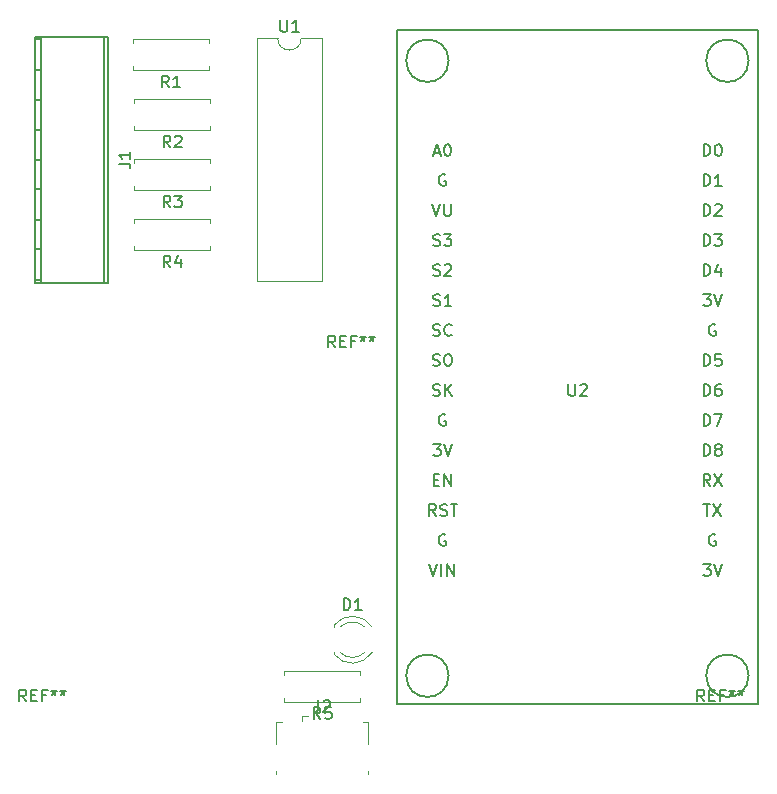
<source format=gbr>
G04 #@! TF.FileFunction,Legend,Top*
%FSLAX46Y46*%
G04 Gerber Fmt 4.6, Leading zero omitted, Abs format (unit mm)*
G04 Created by KiCad (PCBNEW 4.0.7) date 06/28/18 11:13:41*
%MOMM*%
%LPD*%
G01*
G04 APERTURE LIST*
%ADD10C,0.100000*%
%ADD11C,0.120000*%
%ADD12C,0.150000*%
G04 APERTURE END LIST*
D10*
D11*
X159279335Y-104204392D02*
G75*
G03X156047000Y-104047484I-1672335J-1078608D01*
G01*
X159279335Y-106361608D02*
G75*
G02X156047000Y-106518516I-1672335J1078608D01*
G01*
X158648130Y-104203163D02*
G75*
G03X156566039Y-104203000I-1041130J-1079837D01*
G01*
X158648130Y-106362837D02*
G75*
G02X156566039Y-106363000I-1041130J1079837D01*
G01*
X156047000Y-104047000D02*
X156047000Y-104203000D01*
X156047000Y-106363000D02*
X156047000Y-106519000D01*
D12*
X136956800Y-75041760D02*
X136956800Y-54244240D01*
X136558020Y-54244240D02*
X136558020Y-75041760D01*
X130759200Y-75041760D02*
X130759200Y-54244240D01*
X131257040Y-54244240D02*
X131257040Y-75041760D01*
X131257040Y-64643000D02*
X130759200Y-64643000D01*
X131257040Y-72242680D02*
X130759200Y-72242680D01*
X131257040Y-69743320D02*
X130759200Y-69743320D01*
X131257040Y-67144900D02*
X130759200Y-67144900D01*
X131257040Y-62143640D02*
X130759200Y-62143640D01*
X131257040Y-59545220D02*
X130759200Y-59545220D01*
X130759200Y-54444900D02*
X131257040Y-54444900D01*
X131257040Y-74841100D02*
X130759200Y-74841100D01*
X130759200Y-57048400D02*
X131257040Y-57048400D01*
X130759200Y-75039220D02*
X136956800Y-75039220D01*
X136956800Y-54246780D02*
X130759200Y-54246780D01*
D11*
X151167000Y-112285000D02*
X151617000Y-112285000D01*
X151167000Y-114135000D02*
X151167000Y-112285000D01*
X158967000Y-116685000D02*
X158967000Y-116435000D01*
X151167000Y-116685000D02*
X151167000Y-116435000D01*
X158967000Y-114135000D02*
X158967000Y-112285000D01*
X158967000Y-112285000D02*
X158517000Y-112285000D01*
X153367000Y-111735000D02*
X153817000Y-111735000D01*
X153367000Y-111735000D02*
X153367000Y-112185000D01*
X145450000Y-56733000D02*
X145450000Y-57063000D01*
X145450000Y-57063000D02*
X139030000Y-57063000D01*
X139030000Y-57063000D02*
X139030000Y-56733000D01*
X145450000Y-54773000D02*
X145450000Y-54443000D01*
X145450000Y-54443000D02*
X139030000Y-54443000D01*
X139030000Y-54443000D02*
X139030000Y-54773000D01*
X145577000Y-61813000D02*
X145577000Y-62143000D01*
X145577000Y-62143000D02*
X139157000Y-62143000D01*
X139157000Y-62143000D02*
X139157000Y-61813000D01*
X145577000Y-59853000D02*
X145577000Y-59523000D01*
X145577000Y-59523000D02*
X139157000Y-59523000D01*
X139157000Y-59523000D02*
X139157000Y-59853000D01*
X145577000Y-66893000D02*
X145577000Y-67223000D01*
X145577000Y-67223000D02*
X139157000Y-67223000D01*
X139157000Y-67223000D02*
X139157000Y-66893000D01*
X145577000Y-64933000D02*
X145577000Y-64603000D01*
X145577000Y-64603000D02*
X139157000Y-64603000D01*
X139157000Y-64603000D02*
X139157000Y-64933000D01*
X145577000Y-71973000D02*
X145577000Y-72303000D01*
X145577000Y-72303000D02*
X139157000Y-72303000D01*
X139157000Y-72303000D02*
X139157000Y-71973000D01*
X145577000Y-70013000D02*
X145577000Y-69683000D01*
X145577000Y-69683000D02*
X139157000Y-69683000D01*
X139157000Y-69683000D02*
X139157000Y-70013000D01*
X158277000Y-110200000D02*
X158277000Y-110530000D01*
X158277000Y-110530000D02*
X151857000Y-110530000D01*
X151857000Y-110530000D02*
X151857000Y-110200000D01*
X158277000Y-108240000D02*
X158277000Y-107910000D01*
X158277000Y-107910000D02*
X151857000Y-107910000D01*
X151857000Y-107910000D02*
X151857000Y-108240000D01*
D12*
X191153051Y-108331000D02*
G75*
G03X191153051Y-108331000I-1796051J0D01*
G01*
X165753051Y-108331000D02*
G75*
G03X165753051Y-108331000I-1796051J0D01*
G01*
X165753051Y-56261000D02*
G75*
G03X165753051Y-56261000I-1796051J0D01*
G01*
X191153051Y-56261000D02*
G75*
G03X191153051Y-56261000I-1796051J0D01*
G01*
X191907000Y-53701000D02*
X161907000Y-53701000D01*
X161907000Y-53701000D02*
X161407000Y-53701000D01*
X161407000Y-53701000D02*
X161407000Y-110701000D01*
X161407000Y-110701000D02*
X191907000Y-110701000D01*
X191907000Y-110701000D02*
X191907000Y-53701000D01*
D11*
X151273000Y-54363000D02*
X149503000Y-54363000D01*
X149503000Y-54363000D02*
X149503000Y-74923000D01*
X149503000Y-74923000D02*
X155043000Y-74923000D01*
X155043000Y-74923000D02*
X155043000Y-54363000D01*
X155043000Y-54363000D02*
X153273000Y-54363000D01*
X153273000Y-54363000D02*
G75*
G02X151273000Y-54363000I-1000000J0D01*
G01*
D12*
X156868905Y-102775381D02*
X156868905Y-101775381D01*
X157107000Y-101775381D01*
X157249858Y-101823000D01*
X157345096Y-101918238D01*
X157392715Y-102013476D01*
X157440334Y-102203952D01*
X157440334Y-102346810D01*
X157392715Y-102537286D01*
X157345096Y-102632524D01*
X157249858Y-102727762D01*
X157107000Y-102775381D01*
X156868905Y-102775381D01*
X158392715Y-102775381D02*
X157821286Y-102775381D01*
X158107000Y-102775381D02*
X158107000Y-101775381D01*
X158011762Y-101918238D01*
X157916524Y-102013476D01*
X157821286Y-102061095D01*
X137811261Y-64976333D02*
X138525547Y-64976333D01*
X138668404Y-65023953D01*
X138763642Y-65119191D01*
X138811261Y-65262048D01*
X138811261Y-65357286D01*
X138811261Y-63976333D02*
X138811261Y-64547762D01*
X138811261Y-64262048D02*
X137811261Y-64262048D01*
X137954118Y-64357286D01*
X138049356Y-64452524D01*
X138096975Y-64547762D01*
X154733667Y-110387381D02*
X154733667Y-111101667D01*
X154686047Y-111244524D01*
X154590809Y-111339762D01*
X154447952Y-111387381D01*
X154352714Y-111387381D01*
X155162238Y-110482619D02*
X155209857Y-110435000D01*
X155305095Y-110387381D01*
X155543191Y-110387381D01*
X155638429Y-110435000D01*
X155686048Y-110482619D01*
X155733667Y-110577857D01*
X155733667Y-110673095D01*
X155686048Y-110815952D01*
X155114619Y-111387381D01*
X155733667Y-111387381D01*
X142073334Y-58515381D02*
X141740000Y-58039190D01*
X141501905Y-58515381D02*
X141501905Y-57515381D01*
X141882858Y-57515381D01*
X141978096Y-57563000D01*
X142025715Y-57610619D01*
X142073334Y-57705857D01*
X142073334Y-57848714D01*
X142025715Y-57943952D01*
X141978096Y-57991571D01*
X141882858Y-58039190D01*
X141501905Y-58039190D01*
X143025715Y-58515381D02*
X142454286Y-58515381D01*
X142740000Y-58515381D02*
X142740000Y-57515381D01*
X142644762Y-57658238D01*
X142549524Y-57753476D01*
X142454286Y-57801095D01*
X142200334Y-63595381D02*
X141867000Y-63119190D01*
X141628905Y-63595381D02*
X141628905Y-62595381D01*
X142009858Y-62595381D01*
X142105096Y-62643000D01*
X142152715Y-62690619D01*
X142200334Y-62785857D01*
X142200334Y-62928714D01*
X142152715Y-63023952D01*
X142105096Y-63071571D01*
X142009858Y-63119190D01*
X141628905Y-63119190D01*
X142581286Y-62690619D02*
X142628905Y-62643000D01*
X142724143Y-62595381D01*
X142962239Y-62595381D01*
X143057477Y-62643000D01*
X143105096Y-62690619D01*
X143152715Y-62785857D01*
X143152715Y-62881095D01*
X143105096Y-63023952D01*
X142533667Y-63595381D01*
X143152715Y-63595381D01*
X142200334Y-68675381D02*
X141867000Y-68199190D01*
X141628905Y-68675381D02*
X141628905Y-67675381D01*
X142009858Y-67675381D01*
X142105096Y-67723000D01*
X142152715Y-67770619D01*
X142200334Y-67865857D01*
X142200334Y-68008714D01*
X142152715Y-68103952D01*
X142105096Y-68151571D01*
X142009858Y-68199190D01*
X141628905Y-68199190D01*
X142533667Y-67675381D02*
X143152715Y-67675381D01*
X142819381Y-68056333D01*
X142962239Y-68056333D01*
X143057477Y-68103952D01*
X143105096Y-68151571D01*
X143152715Y-68246810D01*
X143152715Y-68484905D01*
X143105096Y-68580143D01*
X143057477Y-68627762D01*
X142962239Y-68675381D01*
X142676524Y-68675381D01*
X142581286Y-68627762D01*
X142533667Y-68580143D01*
X142200334Y-73755381D02*
X141867000Y-73279190D01*
X141628905Y-73755381D02*
X141628905Y-72755381D01*
X142009858Y-72755381D01*
X142105096Y-72803000D01*
X142152715Y-72850619D01*
X142200334Y-72945857D01*
X142200334Y-73088714D01*
X142152715Y-73183952D01*
X142105096Y-73231571D01*
X142009858Y-73279190D01*
X141628905Y-73279190D01*
X143057477Y-73088714D02*
X143057477Y-73755381D01*
X142819381Y-72707762D02*
X142581286Y-73422048D01*
X143200334Y-73422048D01*
X154900334Y-111982381D02*
X154567000Y-111506190D01*
X154328905Y-111982381D02*
X154328905Y-110982381D01*
X154709858Y-110982381D01*
X154805096Y-111030000D01*
X154852715Y-111077619D01*
X154900334Y-111172857D01*
X154900334Y-111315714D01*
X154852715Y-111410952D01*
X154805096Y-111458571D01*
X154709858Y-111506190D01*
X154328905Y-111506190D01*
X155805096Y-110982381D02*
X155328905Y-110982381D01*
X155281286Y-111458571D01*
X155328905Y-111410952D01*
X155424143Y-111363333D01*
X155662239Y-111363333D01*
X155757477Y-111410952D01*
X155805096Y-111458571D01*
X155852715Y-111553810D01*
X155852715Y-111791905D01*
X155805096Y-111887143D01*
X155757477Y-111934762D01*
X155662239Y-111982381D01*
X155424143Y-111982381D01*
X155328905Y-111934762D01*
X155281286Y-111887143D01*
X175895095Y-83653381D02*
X175895095Y-84462905D01*
X175942714Y-84558143D01*
X175990333Y-84605762D01*
X176085571Y-84653381D01*
X176276048Y-84653381D01*
X176371286Y-84605762D01*
X176418905Y-84558143D01*
X176466524Y-84462905D01*
X176466524Y-83653381D01*
X176895095Y-83748619D02*
X176942714Y-83701000D01*
X177037952Y-83653381D01*
X177276048Y-83653381D01*
X177371286Y-83701000D01*
X177418905Y-83748619D01*
X177466524Y-83843857D01*
X177466524Y-83939095D01*
X177418905Y-84081952D01*
X176847476Y-84653381D01*
X177466524Y-84653381D01*
X164131762Y-98893381D02*
X164465095Y-99893381D01*
X164798429Y-98893381D01*
X165131762Y-99893381D02*
X165131762Y-98893381D01*
X165607952Y-99893381D02*
X165607952Y-98893381D01*
X166179381Y-99893381D01*
X166179381Y-98893381D01*
X165488905Y-96401000D02*
X165393667Y-96353381D01*
X165250810Y-96353381D01*
X165107952Y-96401000D01*
X165012714Y-96496238D01*
X164965095Y-96591476D01*
X164917476Y-96781952D01*
X164917476Y-96924810D01*
X164965095Y-97115286D01*
X165012714Y-97210524D01*
X165107952Y-97305762D01*
X165250810Y-97353381D01*
X165346048Y-97353381D01*
X165488905Y-97305762D01*
X165536524Y-97258143D01*
X165536524Y-96924810D01*
X165346048Y-96924810D01*
X164679381Y-94813381D02*
X164346047Y-94337190D01*
X164107952Y-94813381D02*
X164107952Y-93813381D01*
X164488905Y-93813381D01*
X164584143Y-93861000D01*
X164631762Y-93908619D01*
X164679381Y-94003857D01*
X164679381Y-94146714D01*
X164631762Y-94241952D01*
X164584143Y-94289571D01*
X164488905Y-94337190D01*
X164107952Y-94337190D01*
X165060333Y-94765762D02*
X165203190Y-94813381D01*
X165441286Y-94813381D01*
X165536524Y-94765762D01*
X165584143Y-94718143D01*
X165631762Y-94622905D01*
X165631762Y-94527667D01*
X165584143Y-94432429D01*
X165536524Y-94384810D01*
X165441286Y-94337190D01*
X165250809Y-94289571D01*
X165155571Y-94241952D01*
X165107952Y-94194333D01*
X165060333Y-94099095D01*
X165060333Y-94003857D01*
X165107952Y-93908619D01*
X165155571Y-93861000D01*
X165250809Y-93813381D01*
X165488905Y-93813381D01*
X165631762Y-93861000D01*
X165917476Y-93813381D02*
X166488905Y-93813381D01*
X166203190Y-94813381D02*
X166203190Y-93813381D01*
X164488905Y-91749571D02*
X164822239Y-91749571D01*
X164965096Y-92273381D02*
X164488905Y-92273381D01*
X164488905Y-91273381D01*
X164965096Y-91273381D01*
X165393667Y-92273381D02*
X165393667Y-91273381D01*
X165965096Y-92273381D01*
X165965096Y-91273381D01*
X164465095Y-88733381D02*
X165084143Y-88733381D01*
X164750809Y-89114333D01*
X164893667Y-89114333D01*
X164988905Y-89161952D01*
X165036524Y-89209571D01*
X165084143Y-89304810D01*
X165084143Y-89542905D01*
X165036524Y-89638143D01*
X164988905Y-89685762D01*
X164893667Y-89733381D01*
X164607952Y-89733381D01*
X164512714Y-89685762D01*
X164465095Y-89638143D01*
X165369857Y-88733381D02*
X165703190Y-89733381D01*
X166036524Y-88733381D01*
X165488905Y-86241000D02*
X165393667Y-86193381D01*
X165250810Y-86193381D01*
X165107952Y-86241000D01*
X165012714Y-86336238D01*
X164965095Y-86431476D01*
X164917476Y-86621952D01*
X164917476Y-86764810D01*
X164965095Y-86955286D01*
X165012714Y-87050524D01*
X165107952Y-87145762D01*
X165250810Y-87193381D01*
X165346048Y-87193381D01*
X165488905Y-87145762D01*
X165536524Y-87098143D01*
X165536524Y-86764810D01*
X165346048Y-86764810D01*
X164441286Y-84605762D02*
X164584143Y-84653381D01*
X164822239Y-84653381D01*
X164917477Y-84605762D01*
X164965096Y-84558143D01*
X165012715Y-84462905D01*
X165012715Y-84367667D01*
X164965096Y-84272429D01*
X164917477Y-84224810D01*
X164822239Y-84177190D01*
X164631762Y-84129571D01*
X164536524Y-84081952D01*
X164488905Y-84034333D01*
X164441286Y-83939095D01*
X164441286Y-83843857D01*
X164488905Y-83748619D01*
X164536524Y-83701000D01*
X164631762Y-83653381D01*
X164869858Y-83653381D01*
X165012715Y-83701000D01*
X165441286Y-84653381D02*
X165441286Y-83653381D01*
X166012715Y-84653381D02*
X165584143Y-84081952D01*
X166012715Y-83653381D02*
X165441286Y-84224810D01*
X164417476Y-82065762D02*
X164560333Y-82113381D01*
X164798429Y-82113381D01*
X164893667Y-82065762D01*
X164941286Y-82018143D01*
X164988905Y-81922905D01*
X164988905Y-81827667D01*
X164941286Y-81732429D01*
X164893667Y-81684810D01*
X164798429Y-81637190D01*
X164607952Y-81589571D01*
X164512714Y-81541952D01*
X164465095Y-81494333D01*
X164417476Y-81399095D01*
X164417476Y-81303857D01*
X164465095Y-81208619D01*
X164512714Y-81161000D01*
X164607952Y-81113381D01*
X164846048Y-81113381D01*
X164988905Y-81161000D01*
X165607952Y-81113381D02*
X165798429Y-81113381D01*
X165893667Y-81161000D01*
X165988905Y-81256238D01*
X166036524Y-81446714D01*
X166036524Y-81780048D01*
X165988905Y-81970524D01*
X165893667Y-82065762D01*
X165798429Y-82113381D01*
X165607952Y-82113381D01*
X165512714Y-82065762D01*
X165417476Y-81970524D01*
X165369857Y-81780048D01*
X165369857Y-81446714D01*
X165417476Y-81256238D01*
X165512714Y-81161000D01*
X165607952Y-81113381D01*
X164441286Y-79525762D02*
X164584143Y-79573381D01*
X164822239Y-79573381D01*
X164917477Y-79525762D01*
X164965096Y-79478143D01*
X165012715Y-79382905D01*
X165012715Y-79287667D01*
X164965096Y-79192429D01*
X164917477Y-79144810D01*
X164822239Y-79097190D01*
X164631762Y-79049571D01*
X164536524Y-79001952D01*
X164488905Y-78954333D01*
X164441286Y-78859095D01*
X164441286Y-78763857D01*
X164488905Y-78668619D01*
X164536524Y-78621000D01*
X164631762Y-78573381D01*
X164869858Y-78573381D01*
X165012715Y-78621000D01*
X166012715Y-79478143D02*
X165965096Y-79525762D01*
X165822239Y-79573381D01*
X165727001Y-79573381D01*
X165584143Y-79525762D01*
X165488905Y-79430524D01*
X165441286Y-79335286D01*
X165393667Y-79144810D01*
X165393667Y-79001952D01*
X165441286Y-78811476D01*
X165488905Y-78716238D01*
X165584143Y-78621000D01*
X165727001Y-78573381D01*
X165822239Y-78573381D01*
X165965096Y-78621000D01*
X166012715Y-78668619D01*
X164465095Y-76985762D02*
X164607952Y-77033381D01*
X164846048Y-77033381D01*
X164941286Y-76985762D01*
X164988905Y-76938143D01*
X165036524Y-76842905D01*
X165036524Y-76747667D01*
X164988905Y-76652429D01*
X164941286Y-76604810D01*
X164846048Y-76557190D01*
X164655571Y-76509571D01*
X164560333Y-76461952D01*
X164512714Y-76414333D01*
X164465095Y-76319095D01*
X164465095Y-76223857D01*
X164512714Y-76128619D01*
X164560333Y-76081000D01*
X164655571Y-76033381D01*
X164893667Y-76033381D01*
X165036524Y-76081000D01*
X165988905Y-77033381D02*
X165417476Y-77033381D01*
X165703190Y-77033381D02*
X165703190Y-76033381D01*
X165607952Y-76176238D01*
X165512714Y-76271476D01*
X165417476Y-76319095D01*
X164465095Y-74445762D02*
X164607952Y-74493381D01*
X164846048Y-74493381D01*
X164941286Y-74445762D01*
X164988905Y-74398143D01*
X165036524Y-74302905D01*
X165036524Y-74207667D01*
X164988905Y-74112429D01*
X164941286Y-74064810D01*
X164846048Y-74017190D01*
X164655571Y-73969571D01*
X164560333Y-73921952D01*
X164512714Y-73874333D01*
X164465095Y-73779095D01*
X164465095Y-73683857D01*
X164512714Y-73588619D01*
X164560333Y-73541000D01*
X164655571Y-73493381D01*
X164893667Y-73493381D01*
X165036524Y-73541000D01*
X165417476Y-73588619D02*
X165465095Y-73541000D01*
X165560333Y-73493381D01*
X165798429Y-73493381D01*
X165893667Y-73541000D01*
X165941286Y-73588619D01*
X165988905Y-73683857D01*
X165988905Y-73779095D01*
X165941286Y-73921952D01*
X165369857Y-74493381D01*
X165988905Y-74493381D01*
X164465095Y-71905762D02*
X164607952Y-71953381D01*
X164846048Y-71953381D01*
X164941286Y-71905762D01*
X164988905Y-71858143D01*
X165036524Y-71762905D01*
X165036524Y-71667667D01*
X164988905Y-71572429D01*
X164941286Y-71524810D01*
X164846048Y-71477190D01*
X164655571Y-71429571D01*
X164560333Y-71381952D01*
X164512714Y-71334333D01*
X164465095Y-71239095D01*
X164465095Y-71143857D01*
X164512714Y-71048619D01*
X164560333Y-71001000D01*
X164655571Y-70953381D01*
X164893667Y-70953381D01*
X165036524Y-71001000D01*
X165369857Y-70953381D02*
X165988905Y-70953381D01*
X165655571Y-71334333D01*
X165798429Y-71334333D01*
X165893667Y-71381952D01*
X165941286Y-71429571D01*
X165988905Y-71524810D01*
X165988905Y-71762905D01*
X165941286Y-71858143D01*
X165893667Y-71905762D01*
X165798429Y-71953381D01*
X165512714Y-71953381D01*
X165417476Y-71905762D01*
X165369857Y-71858143D01*
X164369857Y-68413381D02*
X164703190Y-69413381D01*
X165036524Y-68413381D01*
X165369857Y-68413381D02*
X165369857Y-69222905D01*
X165417476Y-69318143D01*
X165465095Y-69365762D01*
X165560333Y-69413381D01*
X165750810Y-69413381D01*
X165846048Y-69365762D01*
X165893667Y-69318143D01*
X165941286Y-69222905D01*
X165941286Y-68413381D01*
X165488905Y-65921000D02*
X165393667Y-65873381D01*
X165250810Y-65873381D01*
X165107952Y-65921000D01*
X165012714Y-66016238D01*
X164965095Y-66111476D01*
X164917476Y-66301952D01*
X164917476Y-66444810D01*
X164965095Y-66635286D01*
X165012714Y-66730524D01*
X165107952Y-66825762D01*
X165250810Y-66873381D01*
X165346048Y-66873381D01*
X165488905Y-66825762D01*
X165536524Y-66778143D01*
X165536524Y-66444810D01*
X165346048Y-66444810D01*
X164512714Y-64047667D02*
X164988905Y-64047667D01*
X164417476Y-64333381D02*
X164750809Y-63333381D01*
X165084143Y-64333381D01*
X165607952Y-63333381D02*
X165703191Y-63333381D01*
X165798429Y-63381000D01*
X165846048Y-63428619D01*
X165893667Y-63523857D01*
X165941286Y-63714333D01*
X165941286Y-63952429D01*
X165893667Y-64142905D01*
X165846048Y-64238143D01*
X165798429Y-64285762D01*
X165703191Y-64333381D01*
X165607952Y-64333381D01*
X165512714Y-64285762D01*
X165465095Y-64238143D01*
X165417476Y-64142905D01*
X165369857Y-63952429D01*
X165369857Y-63714333D01*
X165417476Y-63523857D01*
X165465095Y-63428619D01*
X165512714Y-63381000D01*
X165607952Y-63333381D01*
X187325095Y-98893381D02*
X187944143Y-98893381D01*
X187610809Y-99274333D01*
X187753667Y-99274333D01*
X187848905Y-99321952D01*
X187896524Y-99369571D01*
X187944143Y-99464810D01*
X187944143Y-99702905D01*
X187896524Y-99798143D01*
X187848905Y-99845762D01*
X187753667Y-99893381D01*
X187467952Y-99893381D01*
X187372714Y-99845762D01*
X187325095Y-99798143D01*
X188229857Y-98893381D02*
X188563190Y-99893381D01*
X188896524Y-98893381D01*
X188348905Y-96401000D02*
X188253667Y-96353381D01*
X188110810Y-96353381D01*
X187967952Y-96401000D01*
X187872714Y-96496238D01*
X187825095Y-96591476D01*
X187777476Y-96781952D01*
X187777476Y-96924810D01*
X187825095Y-97115286D01*
X187872714Y-97210524D01*
X187967952Y-97305762D01*
X188110810Y-97353381D01*
X188206048Y-97353381D01*
X188348905Y-97305762D01*
X188396524Y-97258143D01*
X188396524Y-96924810D01*
X188206048Y-96924810D01*
X187325095Y-93813381D02*
X187896524Y-93813381D01*
X187610809Y-94813381D02*
X187610809Y-93813381D01*
X188134619Y-93813381D02*
X188801286Y-94813381D01*
X188801286Y-93813381D02*
X188134619Y-94813381D01*
X187920334Y-92273381D02*
X187587000Y-91797190D01*
X187348905Y-92273381D02*
X187348905Y-91273381D01*
X187729858Y-91273381D01*
X187825096Y-91321000D01*
X187872715Y-91368619D01*
X187920334Y-91463857D01*
X187920334Y-91606714D01*
X187872715Y-91701952D01*
X187825096Y-91749571D01*
X187729858Y-91797190D01*
X187348905Y-91797190D01*
X188253667Y-91273381D02*
X188920334Y-92273381D01*
X188920334Y-91273381D02*
X188253667Y-92273381D01*
X187348905Y-89733381D02*
X187348905Y-88733381D01*
X187587000Y-88733381D01*
X187729858Y-88781000D01*
X187825096Y-88876238D01*
X187872715Y-88971476D01*
X187920334Y-89161952D01*
X187920334Y-89304810D01*
X187872715Y-89495286D01*
X187825096Y-89590524D01*
X187729858Y-89685762D01*
X187587000Y-89733381D01*
X187348905Y-89733381D01*
X188491762Y-89161952D02*
X188396524Y-89114333D01*
X188348905Y-89066714D01*
X188301286Y-88971476D01*
X188301286Y-88923857D01*
X188348905Y-88828619D01*
X188396524Y-88781000D01*
X188491762Y-88733381D01*
X188682239Y-88733381D01*
X188777477Y-88781000D01*
X188825096Y-88828619D01*
X188872715Y-88923857D01*
X188872715Y-88971476D01*
X188825096Y-89066714D01*
X188777477Y-89114333D01*
X188682239Y-89161952D01*
X188491762Y-89161952D01*
X188396524Y-89209571D01*
X188348905Y-89257190D01*
X188301286Y-89352429D01*
X188301286Y-89542905D01*
X188348905Y-89638143D01*
X188396524Y-89685762D01*
X188491762Y-89733381D01*
X188682239Y-89733381D01*
X188777477Y-89685762D01*
X188825096Y-89638143D01*
X188872715Y-89542905D01*
X188872715Y-89352429D01*
X188825096Y-89257190D01*
X188777477Y-89209571D01*
X188682239Y-89161952D01*
X187348905Y-87193381D02*
X187348905Y-86193381D01*
X187587000Y-86193381D01*
X187729858Y-86241000D01*
X187825096Y-86336238D01*
X187872715Y-86431476D01*
X187920334Y-86621952D01*
X187920334Y-86764810D01*
X187872715Y-86955286D01*
X187825096Y-87050524D01*
X187729858Y-87145762D01*
X187587000Y-87193381D01*
X187348905Y-87193381D01*
X188253667Y-86193381D02*
X188920334Y-86193381D01*
X188491762Y-87193381D01*
X187348905Y-84653381D02*
X187348905Y-83653381D01*
X187587000Y-83653381D01*
X187729858Y-83701000D01*
X187825096Y-83796238D01*
X187872715Y-83891476D01*
X187920334Y-84081952D01*
X187920334Y-84224810D01*
X187872715Y-84415286D01*
X187825096Y-84510524D01*
X187729858Y-84605762D01*
X187587000Y-84653381D01*
X187348905Y-84653381D01*
X188777477Y-83653381D02*
X188587000Y-83653381D01*
X188491762Y-83701000D01*
X188444143Y-83748619D01*
X188348905Y-83891476D01*
X188301286Y-84081952D01*
X188301286Y-84462905D01*
X188348905Y-84558143D01*
X188396524Y-84605762D01*
X188491762Y-84653381D01*
X188682239Y-84653381D01*
X188777477Y-84605762D01*
X188825096Y-84558143D01*
X188872715Y-84462905D01*
X188872715Y-84224810D01*
X188825096Y-84129571D01*
X188777477Y-84081952D01*
X188682239Y-84034333D01*
X188491762Y-84034333D01*
X188396524Y-84081952D01*
X188348905Y-84129571D01*
X188301286Y-84224810D01*
X187348905Y-82113381D02*
X187348905Y-81113381D01*
X187587000Y-81113381D01*
X187729858Y-81161000D01*
X187825096Y-81256238D01*
X187872715Y-81351476D01*
X187920334Y-81541952D01*
X187920334Y-81684810D01*
X187872715Y-81875286D01*
X187825096Y-81970524D01*
X187729858Y-82065762D01*
X187587000Y-82113381D01*
X187348905Y-82113381D01*
X188825096Y-81113381D02*
X188348905Y-81113381D01*
X188301286Y-81589571D01*
X188348905Y-81541952D01*
X188444143Y-81494333D01*
X188682239Y-81494333D01*
X188777477Y-81541952D01*
X188825096Y-81589571D01*
X188872715Y-81684810D01*
X188872715Y-81922905D01*
X188825096Y-82018143D01*
X188777477Y-82065762D01*
X188682239Y-82113381D01*
X188444143Y-82113381D01*
X188348905Y-82065762D01*
X188301286Y-82018143D01*
X188348905Y-78621000D02*
X188253667Y-78573381D01*
X188110810Y-78573381D01*
X187967952Y-78621000D01*
X187872714Y-78716238D01*
X187825095Y-78811476D01*
X187777476Y-79001952D01*
X187777476Y-79144810D01*
X187825095Y-79335286D01*
X187872714Y-79430524D01*
X187967952Y-79525762D01*
X188110810Y-79573381D01*
X188206048Y-79573381D01*
X188348905Y-79525762D01*
X188396524Y-79478143D01*
X188396524Y-79144810D01*
X188206048Y-79144810D01*
X187325095Y-76033381D02*
X187944143Y-76033381D01*
X187610809Y-76414333D01*
X187753667Y-76414333D01*
X187848905Y-76461952D01*
X187896524Y-76509571D01*
X187944143Y-76604810D01*
X187944143Y-76842905D01*
X187896524Y-76938143D01*
X187848905Y-76985762D01*
X187753667Y-77033381D01*
X187467952Y-77033381D01*
X187372714Y-76985762D01*
X187325095Y-76938143D01*
X188229857Y-76033381D02*
X188563190Y-77033381D01*
X188896524Y-76033381D01*
X187348905Y-74493381D02*
X187348905Y-73493381D01*
X187587000Y-73493381D01*
X187729858Y-73541000D01*
X187825096Y-73636238D01*
X187872715Y-73731476D01*
X187920334Y-73921952D01*
X187920334Y-74064810D01*
X187872715Y-74255286D01*
X187825096Y-74350524D01*
X187729858Y-74445762D01*
X187587000Y-74493381D01*
X187348905Y-74493381D01*
X188777477Y-73826714D02*
X188777477Y-74493381D01*
X188539381Y-73445762D02*
X188301286Y-74160048D01*
X188920334Y-74160048D01*
X187348905Y-71953381D02*
X187348905Y-70953381D01*
X187587000Y-70953381D01*
X187729858Y-71001000D01*
X187825096Y-71096238D01*
X187872715Y-71191476D01*
X187920334Y-71381952D01*
X187920334Y-71524810D01*
X187872715Y-71715286D01*
X187825096Y-71810524D01*
X187729858Y-71905762D01*
X187587000Y-71953381D01*
X187348905Y-71953381D01*
X188253667Y-70953381D02*
X188872715Y-70953381D01*
X188539381Y-71334333D01*
X188682239Y-71334333D01*
X188777477Y-71381952D01*
X188825096Y-71429571D01*
X188872715Y-71524810D01*
X188872715Y-71762905D01*
X188825096Y-71858143D01*
X188777477Y-71905762D01*
X188682239Y-71953381D01*
X188396524Y-71953381D01*
X188301286Y-71905762D01*
X188253667Y-71858143D01*
X187348905Y-69413381D02*
X187348905Y-68413381D01*
X187587000Y-68413381D01*
X187729858Y-68461000D01*
X187825096Y-68556238D01*
X187872715Y-68651476D01*
X187920334Y-68841952D01*
X187920334Y-68984810D01*
X187872715Y-69175286D01*
X187825096Y-69270524D01*
X187729858Y-69365762D01*
X187587000Y-69413381D01*
X187348905Y-69413381D01*
X188301286Y-68508619D02*
X188348905Y-68461000D01*
X188444143Y-68413381D01*
X188682239Y-68413381D01*
X188777477Y-68461000D01*
X188825096Y-68508619D01*
X188872715Y-68603857D01*
X188872715Y-68699095D01*
X188825096Y-68841952D01*
X188253667Y-69413381D01*
X188872715Y-69413381D01*
X187348905Y-66873381D02*
X187348905Y-65873381D01*
X187587000Y-65873381D01*
X187729858Y-65921000D01*
X187825096Y-66016238D01*
X187872715Y-66111476D01*
X187920334Y-66301952D01*
X187920334Y-66444810D01*
X187872715Y-66635286D01*
X187825096Y-66730524D01*
X187729858Y-66825762D01*
X187587000Y-66873381D01*
X187348905Y-66873381D01*
X188872715Y-66873381D02*
X188301286Y-66873381D01*
X188587000Y-66873381D02*
X188587000Y-65873381D01*
X188491762Y-66016238D01*
X188396524Y-66111476D01*
X188301286Y-66159095D01*
X187348905Y-64333381D02*
X187348905Y-63333381D01*
X187587000Y-63333381D01*
X187729858Y-63381000D01*
X187825096Y-63476238D01*
X187872715Y-63571476D01*
X187920334Y-63761952D01*
X187920334Y-63904810D01*
X187872715Y-64095286D01*
X187825096Y-64190524D01*
X187729858Y-64285762D01*
X187587000Y-64333381D01*
X187348905Y-64333381D01*
X188539381Y-63333381D02*
X188634620Y-63333381D01*
X188729858Y-63381000D01*
X188777477Y-63428619D01*
X188825096Y-63523857D01*
X188872715Y-63714333D01*
X188872715Y-63952429D01*
X188825096Y-64142905D01*
X188777477Y-64238143D01*
X188729858Y-64285762D01*
X188634620Y-64333381D01*
X188539381Y-64333381D01*
X188444143Y-64285762D01*
X188396524Y-64238143D01*
X188348905Y-64142905D01*
X188301286Y-63952429D01*
X188301286Y-63714333D01*
X188348905Y-63523857D01*
X188396524Y-63428619D01*
X188444143Y-63381000D01*
X188539381Y-63333381D01*
X151511095Y-52815381D02*
X151511095Y-53624905D01*
X151558714Y-53720143D01*
X151606333Y-53767762D01*
X151701571Y-53815381D01*
X151892048Y-53815381D01*
X151987286Y-53767762D01*
X152034905Y-53720143D01*
X152082524Y-53624905D01*
X152082524Y-52815381D01*
X153082524Y-53815381D02*
X152511095Y-53815381D01*
X152796809Y-53815381D02*
X152796809Y-52815381D01*
X152701571Y-52958238D01*
X152606333Y-53053476D01*
X152511095Y-53101095D01*
X129984667Y-110498381D02*
X129651333Y-110022190D01*
X129413238Y-110498381D02*
X129413238Y-109498381D01*
X129794191Y-109498381D01*
X129889429Y-109546000D01*
X129937048Y-109593619D01*
X129984667Y-109688857D01*
X129984667Y-109831714D01*
X129937048Y-109926952D01*
X129889429Y-109974571D01*
X129794191Y-110022190D01*
X129413238Y-110022190D01*
X130413238Y-109974571D02*
X130746572Y-109974571D01*
X130889429Y-110498381D02*
X130413238Y-110498381D01*
X130413238Y-109498381D01*
X130889429Y-109498381D01*
X131651334Y-109974571D02*
X131318000Y-109974571D01*
X131318000Y-110498381D02*
X131318000Y-109498381D01*
X131794191Y-109498381D01*
X132318000Y-109498381D02*
X132318000Y-109736476D01*
X132079905Y-109641238D02*
X132318000Y-109736476D01*
X132556096Y-109641238D01*
X132175143Y-109926952D02*
X132318000Y-109736476D01*
X132460858Y-109926952D01*
X133079905Y-109498381D02*
X133079905Y-109736476D01*
X132841810Y-109641238D02*
X133079905Y-109736476D01*
X133318001Y-109641238D01*
X132937048Y-109926952D02*
X133079905Y-109736476D01*
X133222763Y-109926952D01*
X187388667Y-110498381D02*
X187055333Y-110022190D01*
X186817238Y-110498381D02*
X186817238Y-109498381D01*
X187198191Y-109498381D01*
X187293429Y-109546000D01*
X187341048Y-109593619D01*
X187388667Y-109688857D01*
X187388667Y-109831714D01*
X187341048Y-109926952D01*
X187293429Y-109974571D01*
X187198191Y-110022190D01*
X186817238Y-110022190D01*
X187817238Y-109974571D02*
X188150572Y-109974571D01*
X188293429Y-110498381D02*
X187817238Y-110498381D01*
X187817238Y-109498381D01*
X188293429Y-109498381D01*
X189055334Y-109974571D02*
X188722000Y-109974571D01*
X188722000Y-110498381D02*
X188722000Y-109498381D01*
X189198191Y-109498381D01*
X189722000Y-109498381D02*
X189722000Y-109736476D01*
X189483905Y-109641238D02*
X189722000Y-109736476D01*
X189960096Y-109641238D01*
X189579143Y-109926952D02*
X189722000Y-109736476D01*
X189864858Y-109926952D01*
X190483905Y-109498381D02*
X190483905Y-109736476D01*
X190245810Y-109641238D02*
X190483905Y-109736476D01*
X190722001Y-109641238D01*
X190341048Y-109926952D02*
X190483905Y-109736476D01*
X190626763Y-109926952D01*
X156146667Y-80526381D02*
X155813333Y-80050190D01*
X155575238Y-80526381D02*
X155575238Y-79526381D01*
X155956191Y-79526381D01*
X156051429Y-79574000D01*
X156099048Y-79621619D01*
X156146667Y-79716857D01*
X156146667Y-79859714D01*
X156099048Y-79954952D01*
X156051429Y-80002571D01*
X155956191Y-80050190D01*
X155575238Y-80050190D01*
X156575238Y-80002571D02*
X156908572Y-80002571D01*
X157051429Y-80526381D02*
X156575238Y-80526381D01*
X156575238Y-79526381D01*
X157051429Y-79526381D01*
X157813334Y-80002571D02*
X157480000Y-80002571D01*
X157480000Y-80526381D02*
X157480000Y-79526381D01*
X157956191Y-79526381D01*
X158480000Y-79526381D02*
X158480000Y-79764476D01*
X158241905Y-79669238D02*
X158480000Y-79764476D01*
X158718096Y-79669238D01*
X158337143Y-79954952D02*
X158480000Y-79764476D01*
X158622858Y-79954952D01*
X159241905Y-79526381D02*
X159241905Y-79764476D01*
X159003810Y-79669238D02*
X159241905Y-79764476D01*
X159480001Y-79669238D01*
X159099048Y-79954952D02*
X159241905Y-79764476D01*
X159384763Y-79954952D01*
M02*

</source>
